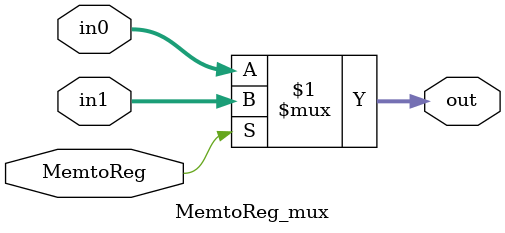
<source format=v>
`timescale 1ns / 1ps

module MemtoReg_mux(
input [31:0] in0,
input [31:0] in1,
input MemtoReg,
output [31:0] out
);
    assign out = (MemtoReg)? in1: in0;
endmodule

</source>
